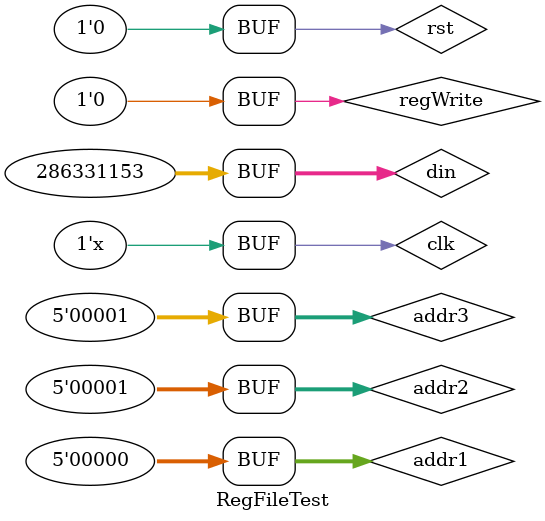
<source format=v>
`timescale 1ns/1ps

module RegFileTest;
    reg clk;
    reg rst;
    reg[4:0] addr1;
    reg[4:0] addr2;
    reg[4:0] addr3;
    reg[31:0] din;
    reg regWrite;
    wire[31:0] dout1;
    wire[31:0] dout2;

    RegFile U1
    (
        .clk(clk),
        .rst(rst),
        .addr1(addr1),
        .addr2(addr2),
        .addr3(addr3),
        .din(din),
        .regWrite(regWrite),
        .dout1(dout1),
        .dout2(dout2)
    );

    initial
    begin
        clk = 1;

        rst = 1'b1;
        #100
        rst = 1'b0;
        
        regWrite = 1'b1;
        addr3 = 0;
        din = 32'h1234_5678;
        
        #100
        regWrite = 1'b1;
        addr3 = 1;
        din = 32'h1111_1111;

        #100;
        regWrite = 1'b0;
        addr1 = 0;
        addr2 = 1;
    end
    
    always
    begin
        #10
        clk = ~clk;
    end

endmodule
</source>
